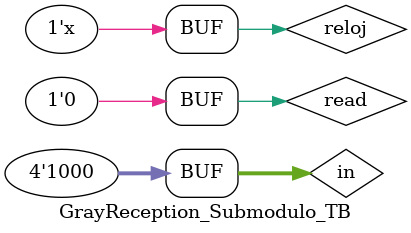
<source format=sv>
`timescale 1ns / 1ps


module GrayReception_Submodulo_TB();

    logic reloj; 
    logic read; 
    logic [3:0] in; 
    logic [3:0] Dbin_out_in;
    
    Gray_to_Bin_Submodule DUT (reloj, read, in, Dbin_out_in);
   
    always begin    
        #10;
        reloj = ~reloj;
    end
    initial begin
            reloj <=1;
            read <= 1;#1;
            read <= 0;#1;
            read <= 1;#1;
            read <= 0;#1;
            read <= 1;#1;
            in <= 4'b0000; #100;
            in <= 4'b0001; #100;
            in <= 4'b0011; #100;
            in <= 4'b0010; #100;
            in <= 4'b0110; #100;
            in <= 4'b0111; #100;
            in <= 4'b0101; #100;
            in <= 4'b0100; #100;
            in <= 4'b1100; #100;
            in <= 4'b1101; #100;
            in <= 4'b1111; #100;
            in <= 4'b1110; #100;
            read <= 0; #20
            in <= 4'b1010; #100;
            in <= 4'b1011; #100;
            in <= 4'b1001; #100;
            in <= 4'b1000; 
    end
 
endmodule
</source>
